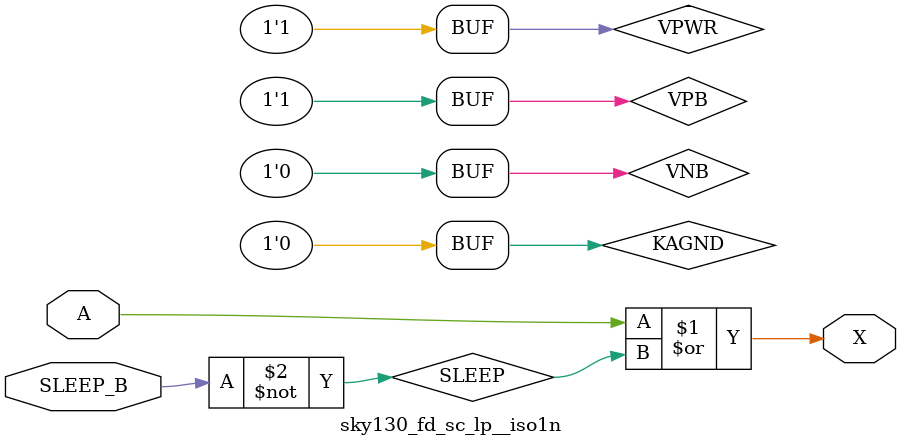
<source format=v>
/*
 * Copyright 2020 The SkyWater PDK Authors
 *
 * Licensed under the Apache License, Version 2.0 (the "License");
 * you may not use this file except in compliance with the License.
 * You may obtain a copy of the License at
 *
 *     https://www.apache.org/licenses/LICENSE-2.0
 *
 * Unless required by applicable law or agreed to in writing, software
 * distributed under the License is distributed on an "AS IS" BASIS,
 * WITHOUT WARRANTIES OR CONDITIONS OF ANY KIND, either express or implied.
 * See the License for the specific language governing permissions and
 * limitations under the License.
 *
 * SPDX-License-Identifier: Apache-2.0
*/


`ifndef SKY130_FD_SC_LP__ISO1N_BEHAVIORAL_V
`define SKY130_FD_SC_LP__ISO1N_BEHAVIORAL_V

/**
 * iso1n: ????.
 *
 * Verilog simulation functional model.
 */

`timescale 1ns / 1ps
`default_nettype none

`celldefine
module sky130_fd_sc_lp__iso1n (
    X      ,
    A      ,
    SLEEP_B
);

    // Module ports
    output X      ;
    input  A      ;
    input  SLEEP_B;

    // Module supplies
    supply1 VPWR ;
    supply0 KAGND;
    supply1 VPB  ;
    supply0 VNB  ;

    // Local signals
    wire SLEEP;

    //  Name  Output  Other arguments
    not not0 (SLEEP , SLEEP_B        );
    or  or0  (X     , A, SLEEP       );

endmodule
`endcelldefine

`default_nettype wire
`endif  // SKY130_FD_SC_LP__ISO1N_BEHAVIORAL_V
</source>
